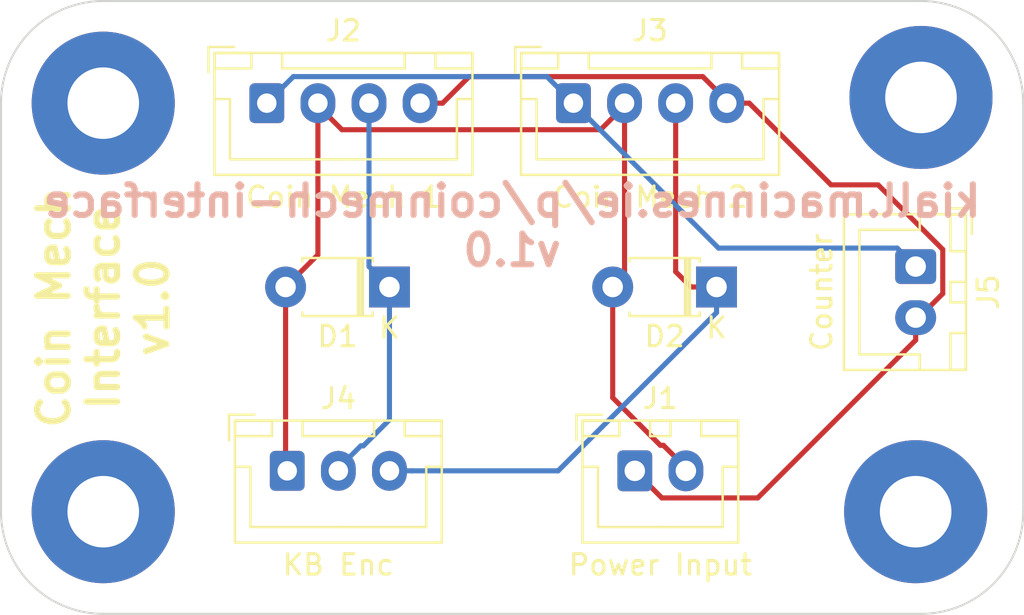
<source format=kicad_pcb>
(kicad_pcb (version 20171130) (host pcbnew "(5.0.1-3-g963ef8bb5)")

  (general
    (thickness 1.6)
    (drawings 10)
    (tracks 55)
    (zones 0)
    (modules 11)
    (nets 6)
  )

  (page A4)
  (layers
    (0 F.Cu signal)
    (31 B.Cu signal)
    (32 B.Adhes user)
    (33 F.Adhes user)
    (34 B.Paste user)
    (35 F.Paste user)
    (36 B.SilkS user)
    (37 F.SilkS user)
    (38 B.Mask user)
    (39 F.Mask user)
    (40 Dwgs.User user)
    (41 Cmts.User user)
    (42 Eco1.User user)
    (43 Eco2.User user)
    (44 Edge.Cuts user)
    (45 Margin user)
    (46 B.CrtYd user)
    (47 F.CrtYd user)
    (48 B.Fab user)
    (49 F.Fab user)
  )

  (setup
    (last_trace_width 0.25)
    (trace_clearance 0.2)
    (zone_clearance 0.508)
    (zone_45_only no)
    (trace_min 0.2)
    (segment_width 0.2)
    (edge_width 0.1)
    (via_size 0.8)
    (via_drill 0.4)
    (via_min_size 0.4)
    (via_min_drill 0.3)
    (uvia_size 0.3)
    (uvia_drill 0.1)
    (uvias_allowed no)
    (uvia_min_size 0.2)
    (uvia_min_drill 0.1)
    (pcb_text_width 0.3)
    (pcb_text_size 1.5 1.5)
    (mod_edge_width 0.15)
    (mod_text_size 1 1)
    (mod_text_width 0.15)
    (pad_size 1.5 1.5)
    (pad_drill 0.6)
    (pad_to_mask_clearance 0)
    (solder_mask_min_width 0.25)
    (aux_axis_origin 0 0)
    (visible_elements FFFFFF7F)
    (pcbplotparams
      (layerselection 0x010fc_ffffffff)
      (usegerberextensions true)
      (usegerberattributes false)
      (usegerberadvancedattributes false)
      (creategerberjobfile false)
      (excludeedgelayer true)
      (linewidth 0.100000)
      (plotframeref false)
      (viasonmask false)
      (mode 1)
      (useauxorigin false)
      (hpglpennumber 1)
      (hpglpenspeed 20)
      (hpglpendiameter 15.000000)
      (psnegative false)
      (psa4output false)
      (plotreference true)
      (plotvalue true)
      (plotinvisibletext false)
      (padsonsilk false)
      (subtractmaskfromsilk false)
      (outputformat 1)
      (mirror false)
      (drillshape 0)
      (scaleselection 1)
      (outputdirectory "Gerber/"))
  )

  (net 0 "")
  (net 1 /Coin1)
  (net 2 GND)
  (net 3 /Coin2)
  (net 4 +12V)
  (net 5 /Counter1)

  (net_class Default "This is the default net class."
    (clearance 0.2)
    (trace_width 0.25)
    (via_dia 0.8)
    (via_drill 0.4)
    (uvia_dia 0.3)
    (uvia_drill 0.1)
    (add_net +12V)
    (add_net /Coin1)
    (add_net /Coin2)
    (add_net /Counter1)
    (add_net GND)
  )

  (module Diode_THT:D_T-1_P5.08mm_Horizontal (layer F.Cu) (tedit 5AE50CD5) (tstamp 5C9DC5D7)
    (at 53 55 180)
    (descr "Diode, T-1 series, Axial, Horizontal, pin pitch=5.08mm, , length*diameter=3.2*2.6mm^2, , http://www.diodes.com/_files/packages/T-1.pdf")
    (tags "Diode T-1 series Axial Horizontal pin pitch 5.08mm  length 3.2mm diameter 2.6mm")
    (path /5C4D9F55)
    (fp_text reference D1 (at 2.54 -2.42 180) (layer F.SilkS)
      (effects (font (size 1 1) (thickness 0.15)))
    )
    (fp_text value "Coin 1 Zener" (at 2.54 2.42 180) (layer F.Fab)
      (effects (font (size 1 1) (thickness 0.15)))
    )
    (fp_line (start 0.94 -1.3) (end 0.94 1.3) (layer F.Fab) (width 0.1))
    (fp_line (start 0.94 1.3) (end 4.14 1.3) (layer F.Fab) (width 0.1))
    (fp_line (start 4.14 1.3) (end 4.14 -1.3) (layer F.Fab) (width 0.1))
    (fp_line (start 4.14 -1.3) (end 0.94 -1.3) (layer F.Fab) (width 0.1))
    (fp_line (start 0 0) (end 0.94 0) (layer F.Fab) (width 0.1))
    (fp_line (start 5.08 0) (end 4.14 0) (layer F.Fab) (width 0.1))
    (fp_line (start 1.42 -1.3) (end 1.42 1.3) (layer F.Fab) (width 0.1))
    (fp_line (start 1.52 -1.3) (end 1.52 1.3) (layer F.Fab) (width 0.1))
    (fp_line (start 1.32 -1.3) (end 1.32 1.3) (layer F.Fab) (width 0.1))
    (fp_line (start 0.82 -1.24) (end 0.82 -1.42) (layer F.SilkS) (width 0.12))
    (fp_line (start 0.82 -1.42) (end 4.26 -1.42) (layer F.SilkS) (width 0.12))
    (fp_line (start 4.26 -1.42) (end 4.26 -1.24) (layer F.SilkS) (width 0.12))
    (fp_line (start 0.82 1.24) (end 0.82 1.42) (layer F.SilkS) (width 0.12))
    (fp_line (start 0.82 1.42) (end 4.26 1.42) (layer F.SilkS) (width 0.12))
    (fp_line (start 4.26 1.42) (end 4.26 1.24) (layer F.SilkS) (width 0.12))
    (fp_line (start 1.42 -1.42) (end 1.42 1.42) (layer F.SilkS) (width 0.12))
    (fp_line (start 1.54 -1.42) (end 1.54 1.42) (layer F.SilkS) (width 0.12))
    (fp_line (start 1.3 -1.42) (end 1.3 1.42) (layer F.SilkS) (width 0.12))
    (fp_line (start -1.25 -1.55) (end -1.25 1.55) (layer F.CrtYd) (width 0.05))
    (fp_line (start -1.25 1.55) (end 6.33 1.55) (layer F.CrtYd) (width 0.05))
    (fp_line (start 6.33 1.55) (end 6.33 -1.55) (layer F.CrtYd) (width 0.05))
    (fp_line (start 6.33 -1.55) (end -1.25 -1.55) (layer F.CrtYd) (width 0.05))
    (fp_text user %R (at 2.78 0 180) (layer F.Fab)
      (effects (font (size 0.64 0.64) (thickness 0.096)))
    )
    (fp_text user K (at 0 -2 180) (layer F.Fab)
      (effects (font (size 1 1) (thickness 0.15)))
    )
    (fp_text user K (at 0 -2 180) (layer F.SilkS)
      (effects (font (size 1 1) (thickness 0.15)))
    )
    (pad 1 thru_hole rect (at 0 0 180) (size 2 2) (drill 1) (layers *.Cu *.Mask)
      (net 1 /Coin1))
    (pad 2 thru_hole oval (at 5.08 0 180) (size 2 2) (drill 1) (layers *.Cu *.Mask)
      (net 2 GND))
    (model ${KISYS3DMOD}/Diode_THT.3dshapes/D_T-1_P5.08mm_Horizontal.wrl
      (at (xyz 0 0 0))
      (scale (xyz 1 1 1))
      (rotate (xyz 0 0 0))
    )
  )

  (module Diode_THT:D_T-1_P5.08mm_Horizontal (layer F.Cu) (tedit 5AE50CD5) (tstamp 5C9DC5F6)
    (at 69 55 180)
    (descr "Diode, T-1 series, Axial, Horizontal, pin pitch=5.08mm, , length*diameter=3.2*2.6mm^2, , http://www.diodes.com/_files/packages/T-1.pdf")
    (tags "Diode T-1 series Axial Horizontal pin pitch 5.08mm  length 3.2mm diameter 2.6mm")
    (path /5C4E9AA3)
    (fp_text reference D2 (at 2.54 -2.42 180) (layer F.SilkS)
      (effects (font (size 1 1) (thickness 0.15)))
    )
    (fp_text value "Coin 2 Zener" (at 2.54 2.42 180) (layer F.Fab)
      (effects (font (size 1 1) (thickness 0.15)))
    )
    (fp_text user K (at 0 -2 180) (layer F.SilkS)
      (effects (font (size 1 1) (thickness 0.15)))
    )
    (fp_text user K (at 0 -2 180) (layer F.Fab)
      (effects (font (size 1 1) (thickness 0.15)))
    )
    (fp_text user %R (at 2.78 0 180) (layer F.Fab)
      (effects (font (size 0.64 0.64) (thickness 0.096)))
    )
    (fp_line (start 6.33 -1.55) (end -1.25 -1.55) (layer F.CrtYd) (width 0.05))
    (fp_line (start 6.33 1.55) (end 6.33 -1.55) (layer F.CrtYd) (width 0.05))
    (fp_line (start -1.25 1.55) (end 6.33 1.55) (layer F.CrtYd) (width 0.05))
    (fp_line (start -1.25 -1.55) (end -1.25 1.55) (layer F.CrtYd) (width 0.05))
    (fp_line (start 1.3 -1.42) (end 1.3 1.42) (layer F.SilkS) (width 0.12))
    (fp_line (start 1.54 -1.42) (end 1.54 1.42) (layer F.SilkS) (width 0.12))
    (fp_line (start 1.42 -1.42) (end 1.42 1.42) (layer F.SilkS) (width 0.12))
    (fp_line (start 4.26 1.42) (end 4.26 1.24) (layer F.SilkS) (width 0.12))
    (fp_line (start 0.82 1.42) (end 4.26 1.42) (layer F.SilkS) (width 0.12))
    (fp_line (start 0.82 1.24) (end 0.82 1.42) (layer F.SilkS) (width 0.12))
    (fp_line (start 4.26 -1.42) (end 4.26 -1.24) (layer F.SilkS) (width 0.12))
    (fp_line (start 0.82 -1.42) (end 4.26 -1.42) (layer F.SilkS) (width 0.12))
    (fp_line (start 0.82 -1.24) (end 0.82 -1.42) (layer F.SilkS) (width 0.12))
    (fp_line (start 1.32 -1.3) (end 1.32 1.3) (layer F.Fab) (width 0.1))
    (fp_line (start 1.52 -1.3) (end 1.52 1.3) (layer F.Fab) (width 0.1))
    (fp_line (start 1.42 -1.3) (end 1.42 1.3) (layer F.Fab) (width 0.1))
    (fp_line (start 5.08 0) (end 4.14 0) (layer F.Fab) (width 0.1))
    (fp_line (start 0 0) (end 0.94 0) (layer F.Fab) (width 0.1))
    (fp_line (start 4.14 -1.3) (end 0.94 -1.3) (layer F.Fab) (width 0.1))
    (fp_line (start 4.14 1.3) (end 4.14 -1.3) (layer F.Fab) (width 0.1))
    (fp_line (start 0.94 1.3) (end 4.14 1.3) (layer F.Fab) (width 0.1))
    (fp_line (start 0.94 -1.3) (end 0.94 1.3) (layer F.Fab) (width 0.1))
    (pad 2 thru_hole oval (at 5.08 0 180) (size 2 2) (drill 1) (layers *.Cu *.Mask)
      (net 2 GND))
    (pad 1 thru_hole rect (at 0 0 180) (size 2 2) (drill 1) (layers *.Cu *.Mask)
      (net 3 /Coin2))
    (model ${KISYS3DMOD}/Diode_THT.3dshapes/D_T-1_P5.08mm_Horizontal.wrl
      (at (xyz 0 0 0))
      (scale (xyz 1 1 1))
      (rotate (xyz 0 0 0))
    )
  )

  (module Connector_JST:JST_XH_B02B-XH-A_1x02_P2.50mm_Vertical (layer F.Cu) (tedit 5C8E72B9) (tstamp 5C9DC61F)
    (at 65 64)
    (descr "JST XH series connector, B02B-XH-A (http://www.jst-mfg.com/product/pdf/eng/eXH.pdf), generated with kicad-footprint-generator")
    (tags "connector JST XH side entry")
    (path /5C4DA64A)
    (fp_text reference J1 (at 1.25 -3.55) (layer F.SilkS)
      (effects (font (size 1 1) (thickness 0.15)))
    )
    (fp_text value "Power Input" (at 1.25 4.6) (layer F.SilkS)
      (effects (font (size 1 1) (thickness 0.15)))
    )
    (fp_line (start -2.45 -2.35) (end -2.45 3.4) (layer F.Fab) (width 0.1))
    (fp_line (start -2.45 3.4) (end 4.95 3.4) (layer F.Fab) (width 0.1))
    (fp_line (start 4.95 3.4) (end 4.95 -2.35) (layer F.Fab) (width 0.1))
    (fp_line (start 4.95 -2.35) (end -2.45 -2.35) (layer F.Fab) (width 0.1))
    (fp_line (start -2.56 -2.46) (end -2.56 3.51) (layer F.SilkS) (width 0.12))
    (fp_line (start -2.56 3.51) (end 5.06 3.51) (layer F.SilkS) (width 0.12))
    (fp_line (start 5.06 3.51) (end 5.06 -2.46) (layer F.SilkS) (width 0.12))
    (fp_line (start 5.06 -2.46) (end -2.56 -2.46) (layer F.SilkS) (width 0.12))
    (fp_line (start -2.95 -2.85) (end -2.95 3.9) (layer F.CrtYd) (width 0.05))
    (fp_line (start -2.95 3.9) (end 5.45 3.9) (layer F.CrtYd) (width 0.05))
    (fp_line (start 5.45 3.9) (end 5.45 -2.85) (layer F.CrtYd) (width 0.05))
    (fp_line (start 5.45 -2.85) (end -2.95 -2.85) (layer F.CrtYd) (width 0.05))
    (fp_line (start -0.625 -2.35) (end 0 -1.35) (layer F.Fab) (width 0.1))
    (fp_line (start 0 -1.35) (end 0.625 -2.35) (layer F.Fab) (width 0.1))
    (fp_line (start 0.75 -2.45) (end 0.75 -1.7) (layer F.SilkS) (width 0.12))
    (fp_line (start 0.75 -1.7) (end 1.75 -1.7) (layer F.SilkS) (width 0.12))
    (fp_line (start 1.75 -1.7) (end 1.75 -2.45) (layer F.SilkS) (width 0.12))
    (fp_line (start 1.75 -2.45) (end 0.75 -2.45) (layer F.SilkS) (width 0.12))
    (fp_line (start -2.55 -2.45) (end -2.55 -1.7) (layer F.SilkS) (width 0.12))
    (fp_line (start -2.55 -1.7) (end -0.75 -1.7) (layer F.SilkS) (width 0.12))
    (fp_line (start -0.75 -1.7) (end -0.75 -2.45) (layer F.SilkS) (width 0.12))
    (fp_line (start -0.75 -2.45) (end -2.55 -2.45) (layer F.SilkS) (width 0.12))
    (fp_line (start 3.25 -2.45) (end 3.25 -1.7) (layer F.SilkS) (width 0.12))
    (fp_line (start 3.25 -1.7) (end 5.05 -1.7) (layer F.SilkS) (width 0.12))
    (fp_line (start 5.05 -1.7) (end 5.05 -2.45) (layer F.SilkS) (width 0.12))
    (fp_line (start 5.05 -2.45) (end 3.25 -2.45) (layer F.SilkS) (width 0.12))
    (fp_line (start -2.55 -0.2) (end -1.8 -0.2) (layer F.SilkS) (width 0.12))
    (fp_line (start -1.8 -0.2) (end -1.8 2.75) (layer F.SilkS) (width 0.12))
    (fp_line (start -1.8 2.75) (end 1.25 2.75) (layer F.SilkS) (width 0.12))
    (fp_line (start 5.05 -0.2) (end 4.3 -0.2) (layer F.SilkS) (width 0.12))
    (fp_line (start 4.3 -0.2) (end 4.3 2.75) (layer F.SilkS) (width 0.12))
    (fp_line (start 4.3 2.75) (end 1.25 2.75) (layer F.SilkS) (width 0.12))
    (fp_line (start -1.6 -2.75) (end -2.85 -2.75) (layer F.SilkS) (width 0.12))
    (fp_line (start -2.85 -2.75) (end -2.85 -1.5) (layer F.SilkS) (width 0.12))
    (fp_text user %R (at 1.25 2.7) (layer F.Fab)
      (effects (font (size 1 1) (thickness 0.15)))
    )
    (pad 1 thru_hole roundrect (at 0 0) (size 1.7 2) (drill 1) (layers *.Cu *.Mask) (roundrect_rratio 0.147059)
      (net 4 +12V))
    (pad 2 thru_hole oval (at 2.5 0) (size 1.7 2) (drill 1) (layers *.Cu *.Mask)
      (net 2 GND))
    (model ${KISYS3DMOD}/Connector_JST.3dshapes/JST_XH_B02B-XH-A_1x02_P2.50mm_Vertical.wrl
      (at (xyz 0 0 0))
      (scale (xyz 1 1 1))
      (rotate (xyz 0 0 0))
    )
  )

  (module Connector_JST:JST_XH_B04B-XH-A_1x04_P2.50mm_Vertical (layer F.Cu) (tedit 5C8E72D0) (tstamp 5C9DC64A)
    (at 47 46)
    (descr "JST XH series connector, B04B-XH-A (http://www.jst-mfg.com/product/pdf/eng/eXH.pdf), generated with kicad-footprint-generator")
    (tags "connector JST XH side entry")
    (path /5C4D9C48)
    (fp_text reference J2 (at 3.75 -3.55) (layer F.SilkS)
      (effects (font (size 1 1) (thickness 0.15)))
    )
    (fp_text value "Coin Mech 1" (at 3.75 4.6) (layer F.SilkS)
      (effects (font (size 1 1) (thickness 0.15)))
    )
    (fp_line (start -2.45 -2.35) (end -2.45 3.4) (layer F.Fab) (width 0.1))
    (fp_line (start -2.45 3.4) (end 9.95 3.4) (layer F.Fab) (width 0.1))
    (fp_line (start 9.95 3.4) (end 9.95 -2.35) (layer F.Fab) (width 0.1))
    (fp_line (start 9.95 -2.35) (end -2.45 -2.35) (layer F.Fab) (width 0.1))
    (fp_line (start -2.56 -2.46) (end -2.56 3.51) (layer F.SilkS) (width 0.12))
    (fp_line (start -2.56 3.51) (end 10.06 3.51) (layer F.SilkS) (width 0.12))
    (fp_line (start 10.06 3.51) (end 10.06 -2.46) (layer F.SilkS) (width 0.12))
    (fp_line (start 10.06 -2.46) (end -2.56 -2.46) (layer F.SilkS) (width 0.12))
    (fp_line (start -2.95 -2.85) (end -2.95 3.9) (layer F.CrtYd) (width 0.05))
    (fp_line (start -2.95 3.9) (end 10.45 3.9) (layer F.CrtYd) (width 0.05))
    (fp_line (start 10.45 3.9) (end 10.45 -2.85) (layer F.CrtYd) (width 0.05))
    (fp_line (start 10.45 -2.85) (end -2.95 -2.85) (layer F.CrtYd) (width 0.05))
    (fp_line (start -0.625 -2.35) (end 0 -1.35) (layer F.Fab) (width 0.1))
    (fp_line (start 0 -1.35) (end 0.625 -2.35) (layer F.Fab) (width 0.1))
    (fp_line (start 0.75 -2.45) (end 0.75 -1.7) (layer F.SilkS) (width 0.12))
    (fp_line (start 0.75 -1.7) (end 6.75 -1.7) (layer F.SilkS) (width 0.12))
    (fp_line (start 6.75 -1.7) (end 6.75 -2.45) (layer F.SilkS) (width 0.12))
    (fp_line (start 6.75 -2.45) (end 0.75 -2.45) (layer F.SilkS) (width 0.12))
    (fp_line (start -2.55 -2.45) (end -2.55 -1.7) (layer F.SilkS) (width 0.12))
    (fp_line (start -2.55 -1.7) (end -0.75 -1.7) (layer F.SilkS) (width 0.12))
    (fp_line (start -0.75 -1.7) (end -0.75 -2.45) (layer F.SilkS) (width 0.12))
    (fp_line (start -0.75 -2.45) (end -2.55 -2.45) (layer F.SilkS) (width 0.12))
    (fp_line (start 8.25 -2.45) (end 8.25 -1.7) (layer F.SilkS) (width 0.12))
    (fp_line (start 8.25 -1.7) (end 10.05 -1.7) (layer F.SilkS) (width 0.12))
    (fp_line (start 10.05 -1.7) (end 10.05 -2.45) (layer F.SilkS) (width 0.12))
    (fp_line (start 10.05 -2.45) (end 8.25 -2.45) (layer F.SilkS) (width 0.12))
    (fp_line (start -2.55 -0.2) (end -1.8 -0.2) (layer F.SilkS) (width 0.12))
    (fp_line (start -1.8 -0.2) (end -1.8 2.75) (layer F.SilkS) (width 0.12))
    (fp_line (start -1.8 2.75) (end 3.75 2.75) (layer F.SilkS) (width 0.12))
    (fp_line (start 10.05 -0.2) (end 9.3 -0.2) (layer F.SilkS) (width 0.12))
    (fp_line (start 9.3 -0.2) (end 9.3 2.75) (layer F.SilkS) (width 0.12))
    (fp_line (start 9.3 2.75) (end 3.75 2.75) (layer F.SilkS) (width 0.12))
    (fp_line (start -1.6 -2.75) (end -2.85 -2.75) (layer F.SilkS) (width 0.12))
    (fp_line (start -2.85 -2.75) (end -2.85 -1.5) (layer F.SilkS) (width 0.12))
    (fp_text user %R (at 3.75 2.7) (layer F.Fab)
      (effects (font (size 1 1) (thickness 0.15)))
    )
    (pad 1 thru_hole roundrect (at 0 0) (size 1.7 1.95) (drill 0.95) (layers *.Cu *.Mask) (roundrect_rratio 0.147059)
      (net 5 /Counter1))
    (pad 2 thru_hole oval (at 2.5 0) (size 1.7 1.95) (drill 0.95) (layers *.Cu *.Mask)
      (net 2 GND))
    (pad 3 thru_hole oval (at 5 0) (size 1.7 1.95) (drill 0.95) (layers *.Cu *.Mask)
      (net 1 /Coin1))
    (pad 4 thru_hole oval (at 7.5 0) (size 1.7 1.95) (drill 0.95) (layers *.Cu *.Mask)
      (net 4 +12V))
    (model ${KISYS3DMOD}/Connector_JST.3dshapes/JST_XH_B04B-XH-A_1x04_P2.50mm_Vertical.wrl
      (at (xyz 0 0 0))
      (scale (xyz 1 1 1))
      (rotate (xyz 0 0 0))
    )
  )

  (module Connector_JST:JST_XH_B04B-XH-A_1x04_P2.50mm_Vertical (layer F.Cu) (tedit 5C8E72DB) (tstamp 5C9DC675)
    (at 62 46)
    (descr "JST XH series connector, B04B-XH-A (http://www.jst-mfg.com/product/pdf/eng/eXH.pdf), generated with kicad-footprint-generator")
    (tags "connector JST XH side entry")
    (path /5C4DF0C8)
    (fp_text reference J3 (at 3.75 -3.55) (layer F.SilkS)
      (effects (font (size 1 1) (thickness 0.15)))
    )
    (fp_text value "Coin Mech 2" (at 3.75 4.6) (layer F.SilkS)
      (effects (font (size 1 1) (thickness 0.15)))
    )
    (fp_text user %R (at 3.75 2.7) (layer F.Fab)
      (effects (font (size 1 1) (thickness 0.15)))
    )
    (fp_line (start -2.85 -2.75) (end -2.85 -1.5) (layer F.SilkS) (width 0.12))
    (fp_line (start -1.6 -2.75) (end -2.85 -2.75) (layer F.SilkS) (width 0.12))
    (fp_line (start 9.3 2.75) (end 3.75 2.75) (layer F.SilkS) (width 0.12))
    (fp_line (start 9.3 -0.2) (end 9.3 2.75) (layer F.SilkS) (width 0.12))
    (fp_line (start 10.05 -0.2) (end 9.3 -0.2) (layer F.SilkS) (width 0.12))
    (fp_line (start -1.8 2.75) (end 3.75 2.75) (layer F.SilkS) (width 0.12))
    (fp_line (start -1.8 -0.2) (end -1.8 2.75) (layer F.SilkS) (width 0.12))
    (fp_line (start -2.55 -0.2) (end -1.8 -0.2) (layer F.SilkS) (width 0.12))
    (fp_line (start 10.05 -2.45) (end 8.25 -2.45) (layer F.SilkS) (width 0.12))
    (fp_line (start 10.05 -1.7) (end 10.05 -2.45) (layer F.SilkS) (width 0.12))
    (fp_line (start 8.25 -1.7) (end 10.05 -1.7) (layer F.SilkS) (width 0.12))
    (fp_line (start 8.25 -2.45) (end 8.25 -1.7) (layer F.SilkS) (width 0.12))
    (fp_line (start -0.75 -2.45) (end -2.55 -2.45) (layer F.SilkS) (width 0.12))
    (fp_line (start -0.75 -1.7) (end -0.75 -2.45) (layer F.SilkS) (width 0.12))
    (fp_line (start -2.55 -1.7) (end -0.75 -1.7) (layer F.SilkS) (width 0.12))
    (fp_line (start -2.55 -2.45) (end -2.55 -1.7) (layer F.SilkS) (width 0.12))
    (fp_line (start 6.75 -2.45) (end 0.75 -2.45) (layer F.SilkS) (width 0.12))
    (fp_line (start 6.75 -1.7) (end 6.75 -2.45) (layer F.SilkS) (width 0.12))
    (fp_line (start 0.75 -1.7) (end 6.75 -1.7) (layer F.SilkS) (width 0.12))
    (fp_line (start 0.75 -2.45) (end 0.75 -1.7) (layer F.SilkS) (width 0.12))
    (fp_line (start 0 -1.35) (end 0.625 -2.35) (layer F.Fab) (width 0.1))
    (fp_line (start -0.625 -2.35) (end 0 -1.35) (layer F.Fab) (width 0.1))
    (fp_line (start 10.45 -2.85) (end -2.95 -2.85) (layer F.CrtYd) (width 0.05))
    (fp_line (start 10.45 3.9) (end 10.45 -2.85) (layer F.CrtYd) (width 0.05))
    (fp_line (start -2.95 3.9) (end 10.45 3.9) (layer F.CrtYd) (width 0.05))
    (fp_line (start -2.95 -2.85) (end -2.95 3.9) (layer F.CrtYd) (width 0.05))
    (fp_line (start 10.06 -2.46) (end -2.56 -2.46) (layer F.SilkS) (width 0.12))
    (fp_line (start 10.06 3.51) (end 10.06 -2.46) (layer F.SilkS) (width 0.12))
    (fp_line (start -2.56 3.51) (end 10.06 3.51) (layer F.SilkS) (width 0.12))
    (fp_line (start -2.56 -2.46) (end -2.56 3.51) (layer F.SilkS) (width 0.12))
    (fp_line (start 9.95 -2.35) (end -2.45 -2.35) (layer F.Fab) (width 0.1))
    (fp_line (start 9.95 3.4) (end 9.95 -2.35) (layer F.Fab) (width 0.1))
    (fp_line (start -2.45 3.4) (end 9.95 3.4) (layer F.Fab) (width 0.1))
    (fp_line (start -2.45 -2.35) (end -2.45 3.4) (layer F.Fab) (width 0.1))
    (pad 4 thru_hole oval (at 7.5 0) (size 1.7 1.95) (drill 0.95) (layers *.Cu *.Mask)
      (net 4 +12V))
    (pad 3 thru_hole oval (at 5 0) (size 1.7 1.95) (drill 0.95) (layers *.Cu *.Mask)
      (net 3 /Coin2))
    (pad 2 thru_hole oval (at 2.5 0) (size 1.7 1.95) (drill 0.95) (layers *.Cu *.Mask)
      (net 2 GND))
    (pad 1 thru_hole roundrect (at 0 0) (size 1.7 1.95) (drill 0.95) (layers *.Cu *.Mask) (roundrect_rratio 0.147059)
      (net 5 /Counter1))
    (model ${KISYS3DMOD}/Connector_JST.3dshapes/JST_XH_B04B-XH-A_1x04_P2.50mm_Vertical.wrl
      (at (xyz 0 0 0))
      (scale (xyz 1 1 1))
      (rotate (xyz 0 0 0))
    )
  )

  (module Connector_JST:JST_XH_B03B-XH-A_1x03_P2.50mm_Vertical (layer F.Cu) (tedit 5C8E72C0) (tstamp 5C9DC69F)
    (at 48 64)
    (descr "JST XH series connector, B03B-XH-A (http://www.jst-mfg.com/product/pdf/eng/eXH.pdf), generated with kicad-footprint-generator")
    (tags "connector JST XH side entry")
    (path /5C4F4CBF)
    (fp_text reference J4 (at 2.5 -3.55) (layer F.SilkS)
      (effects (font (size 1 1) (thickness 0.15)))
    )
    (fp_text value "KB Enc" (at 2.5 4.6) (layer F.SilkS)
      (effects (font (size 1 1) (thickness 0.15)))
    )
    (fp_line (start -2.45 -2.35) (end -2.45 3.4) (layer F.Fab) (width 0.1))
    (fp_line (start -2.45 3.4) (end 7.45 3.4) (layer F.Fab) (width 0.1))
    (fp_line (start 7.45 3.4) (end 7.45 -2.35) (layer F.Fab) (width 0.1))
    (fp_line (start 7.45 -2.35) (end -2.45 -2.35) (layer F.Fab) (width 0.1))
    (fp_line (start -2.56 -2.46) (end -2.56 3.51) (layer F.SilkS) (width 0.12))
    (fp_line (start -2.56 3.51) (end 7.56 3.51) (layer F.SilkS) (width 0.12))
    (fp_line (start 7.56 3.51) (end 7.56 -2.46) (layer F.SilkS) (width 0.12))
    (fp_line (start 7.56 -2.46) (end -2.56 -2.46) (layer F.SilkS) (width 0.12))
    (fp_line (start -2.95 -2.85) (end -2.95 3.9) (layer F.CrtYd) (width 0.05))
    (fp_line (start -2.95 3.9) (end 7.95 3.9) (layer F.CrtYd) (width 0.05))
    (fp_line (start 7.95 3.9) (end 7.95 -2.85) (layer F.CrtYd) (width 0.05))
    (fp_line (start 7.95 -2.85) (end -2.95 -2.85) (layer F.CrtYd) (width 0.05))
    (fp_line (start -0.625 -2.35) (end 0 -1.35) (layer F.Fab) (width 0.1))
    (fp_line (start 0 -1.35) (end 0.625 -2.35) (layer F.Fab) (width 0.1))
    (fp_line (start 0.75 -2.45) (end 0.75 -1.7) (layer F.SilkS) (width 0.12))
    (fp_line (start 0.75 -1.7) (end 4.25 -1.7) (layer F.SilkS) (width 0.12))
    (fp_line (start 4.25 -1.7) (end 4.25 -2.45) (layer F.SilkS) (width 0.12))
    (fp_line (start 4.25 -2.45) (end 0.75 -2.45) (layer F.SilkS) (width 0.12))
    (fp_line (start -2.55 -2.45) (end -2.55 -1.7) (layer F.SilkS) (width 0.12))
    (fp_line (start -2.55 -1.7) (end -0.75 -1.7) (layer F.SilkS) (width 0.12))
    (fp_line (start -0.75 -1.7) (end -0.75 -2.45) (layer F.SilkS) (width 0.12))
    (fp_line (start -0.75 -2.45) (end -2.55 -2.45) (layer F.SilkS) (width 0.12))
    (fp_line (start 5.75 -2.45) (end 5.75 -1.7) (layer F.SilkS) (width 0.12))
    (fp_line (start 5.75 -1.7) (end 7.55 -1.7) (layer F.SilkS) (width 0.12))
    (fp_line (start 7.55 -1.7) (end 7.55 -2.45) (layer F.SilkS) (width 0.12))
    (fp_line (start 7.55 -2.45) (end 5.75 -2.45) (layer F.SilkS) (width 0.12))
    (fp_line (start -2.55 -0.2) (end -1.8 -0.2) (layer F.SilkS) (width 0.12))
    (fp_line (start -1.8 -0.2) (end -1.8 2.75) (layer F.SilkS) (width 0.12))
    (fp_line (start -1.8 2.75) (end 2.5 2.75) (layer F.SilkS) (width 0.12))
    (fp_line (start 7.55 -0.2) (end 6.8 -0.2) (layer F.SilkS) (width 0.12))
    (fp_line (start 6.8 -0.2) (end 6.8 2.75) (layer F.SilkS) (width 0.12))
    (fp_line (start 6.8 2.75) (end 2.5 2.75) (layer F.SilkS) (width 0.12))
    (fp_line (start -1.6 -2.75) (end -2.85 -2.75) (layer F.SilkS) (width 0.12))
    (fp_line (start -2.85 -2.75) (end -2.85 -1.5) (layer F.SilkS) (width 0.12))
    (fp_text user %R (at 2.5 2.7) (layer F.Fab)
      (effects (font (size 1 1) (thickness 0.15)))
    )
    (pad 1 thru_hole roundrect (at 0 0) (size 1.7 1.95) (drill 0.95) (layers *.Cu *.Mask) (roundrect_rratio 0.147059)
      (net 2 GND))
    (pad 2 thru_hole oval (at 2.5 0) (size 1.7 1.95) (drill 0.95) (layers *.Cu *.Mask)
      (net 1 /Coin1))
    (pad 3 thru_hole oval (at 5 0) (size 1.7 1.95) (drill 0.95) (layers *.Cu *.Mask)
      (net 3 /Coin2))
    (model ${KISYS3DMOD}/Connector_JST.3dshapes/JST_XH_B03B-XH-A_1x03_P2.50mm_Vertical.wrl
      (at (xyz 0 0 0))
      (scale (xyz 1 1 1))
      (rotate (xyz 0 0 0))
    )
  )

  (module Connector_JST:JST_XH_B02B-XH-A_1x02_P2.50mm_Vertical (layer F.Cu) (tedit 5C8E72DF) (tstamp 5CA997F6)
    (at 78.74 54 270)
    (descr "JST XH series connector, B02B-XH-A (http://www.jst-mfg.com/product/pdf/eng/eXH.pdf), generated with kicad-footprint-generator")
    (tags "connector JST XH side entry")
    (path /5C8E9924)
    (fp_text reference J5 (at 1.25 -3.55 270) (layer F.SilkS)
      (effects (font (size 1 1) (thickness 0.15)))
    )
    (fp_text value Counter (at 1.25 4.6 270) (layer F.SilkS)
      (effects (font (size 1 1) (thickness 0.15)))
    )
    (fp_text user %R (at 1.25 2.7 270) (layer F.Fab)
      (effects (font (size 1 1) (thickness 0.15)))
    )
    (fp_line (start -2.85 -2.75) (end -2.85 -1.5) (layer F.SilkS) (width 0.12))
    (fp_line (start -1.6 -2.75) (end -2.85 -2.75) (layer F.SilkS) (width 0.12))
    (fp_line (start 4.3 2.75) (end 1.25 2.75) (layer F.SilkS) (width 0.12))
    (fp_line (start 4.3 -0.2) (end 4.3 2.75) (layer F.SilkS) (width 0.12))
    (fp_line (start 5.05 -0.2) (end 4.3 -0.2) (layer F.SilkS) (width 0.12))
    (fp_line (start -1.8 2.75) (end 1.25 2.75) (layer F.SilkS) (width 0.12))
    (fp_line (start -1.8 -0.2) (end -1.8 2.75) (layer F.SilkS) (width 0.12))
    (fp_line (start -2.55 -0.2) (end -1.8 -0.2) (layer F.SilkS) (width 0.12))
    (fp_line (start 5.05 -2.45) (end 3.25 -2.45) (layer F.SilkS) (width 0.12))
    (fp_line (start 5.05 -1.7) (end 5.05 -2.45) (layer F.SilkS) (width 0.12))
    (fp_line (start 3.25 -1.7) (end 5.05 -1.7) (layer F.SilkS) (width 0.12))
    (fp_line (start 3.25 -2.45) (end 3.25 -1.7) (layer F.SilkS) (width 0.12))
    (fp_line (start -0.75 -2.45) (end -2.55 -2.45) (layer F.SilkS) (width 0.12))
    (fp_line (start -0.75 -1.7) (end -0.75 -2.45) (layer F.SilkS) (width 0.12))
    (fp_line (start -2.55 -1.7) (end -0.75 -1.7) (layer F.SilkS) (width 0.12))
    (fp_line (start -2.55 -2.45) (end -2.55 -1.7) (layer F.SilkS) (width 0.12))
    (fp_line (start 1.75 -2.45) (end 0.75 -2.45) (layer F.SilkS) (width 0.12))
    (fp_line (start 1.75 -1.7) (end 1.75 -2.45) (layer F.SilkS) (width 0.12))
    (fp_line (start 0.75 -1.7) (end 1.75 -1.7) (layer F.SilkS) (width 0.12))
    (fp_line (start 0.75 -2.45) (end 0.75 -1.7) (layer F.SilkS) (width 0.12))
    (fp_line (start 0 -1.35) (end 0.625 -2.35) (layer F.Fab) (width 0.1))
    (fp_line (start -0.625 -2.35) (end 0 -1.35) (layer F.Fab) (width 0.1))
    (fp_line (start 5.45 -2.85) (end -2.95 -2.85) (layer F.CrtYd) (width 0.05))
    (fp_line (start 5.45 3.9) (end 5.45 -2.85) (layer F.CrtYd) (width 0.05))
    (fp_line (start -2.95 3.9) (end 5.45 3.9) (layer F.CrtYd) (width 0.05))
    (fp_line (start -2.95 -2.85) (end -2.95 3.9) (layer F.CrtYd) (width 0.05))
    (fp_line (start 5.06 -2.46) (end -2.56 -2.46) (layer F.SilkS) (width 0.12))
    (fp_line (start 5.06 3.51) (end 5.06 -2.46) (layer F.SilkS) (width 0.12))
    (fp_line (start -2.56 3.51) (end 5.06 3.51) (layer F.SilkS) (width 0.12))
    (fp_line (start -2.56 -2.46) (end -2.56 3.51) (layer F.SilkS) (width 0.12))
    (fp_line (start 4.95 -2.35) (end -2.45 -2.35) (layer F.Fab) (width 0.1))
    (fp_line (start 4.95 3.4) (end 4.95 -2.35) (layer F.Fab) (width 0.1))
    (fp_line (start -2.45 3.4) (end 4.95 3.4) (layer F.Fab) (width 0.1))
    (fp_line (start -2.45 -2.35) (end -2.45 3.4) (layer F.Fab) (width 0.1))
    (pad 2 thru_hole oval (at 2.5 0 270) (size 1.7 2) (drill 1) (layers *.Cu *.Mask)
      (net 4 +12V))
    (pad 1 thru_hole roundrect (at 0 0 270) (size 1.7 2) (drill 1) (layers *.Cu *.Mask) (roundrect_rratio 0.147059)
      (net 5 /Counter1))
    (model ${KISYS3DMOD}/Connector_JST.3dshapes/JST_XH_B02B-XH-A_1x02_P2.50mm_Vertical.wrl
      (at (xyz 0 0 0))
      (scale (xyz 1 1 1))
      (rotate (xyz 0 0 0))
    )
  )

  (module MountingHole:MountingHole_3.5mm_Pad (layer F.Cu) (tedit 5C8E64F5) (tstamp 5CA98A4E)
    (at 39 46)
    (descr "Mounting Hole 3.5mm")
    (tags "mounting hole 3.5mm")
    (attr virtual)
    (fp_text reference REF** (at 0 -4.5) (layer F.SilkS) hide
      (effects (font (size 1 1) (thickness 0.15)))
    )
    (fp_text value MountingHole_3.5mm_Pad (at -7.62 8.89) (layer F.Fab) hide
      (effects (font (size 1 1) (thickness 0.15)))
    )
    (fp_circle (center 0 0) (end 3.75 0) (layer F.CrtYd) (width 0.05))
    (fp_circle (center 0 0) (end 3.5 0) (layer Cmts.User) (width 0.15))
    (fp_text user %R (at 0.3 0) (layer F.Fab)
      (effects (font (size 1 1) (thickness 0.15)))
    )
    (pad 1 thru_hole circle (at 0 0) (size 7 7) (drill 3.5) (layers *.Cu *.Mask))
  )

  (module MountingHole:MountingHole_3.5mm_Pad (layer F.Cu) (tedit 5C8E656E) (tstamp 5CA98AD7)
    (at 39 66)
    (descr "Mounting Hole 3.5mm")
    (tags "mounting hole 3.5mm")
    (attr virtual)
    (fp_text reference REF** (at 0 -4.5) (layer F.SilkS) hide
      (effects (font (size 1 1) (thickness 0.15)))
    )
    (fp_text value MountingHole_3.5mm_Pad (at 0 4.5) (layer F.Fab) hide
      (effects (font (size 1 1) (thickness 0.15)))
    )
    (fp_circle (center 0 0) (end 3.75 0) (layer F.CrtYd) (width 0.05))
    (fp_circle (center 0 0) (end 3.5 0) (layer Cmts.User) (width 0.15))
    (fp_text user %R (at 0.3 0) (layer F.Fab)
      (effects (font (size 1 1) (thickness 0.15)))
    )
    (pad 1 thru_hole circle (at 0 0) (size 7 7) (drill 3.5) (layers *.Cu *.Mask))
  )

  (module MountingHole:MountingHole_3.5mm_Pad (layer F.Cu) (tedit 5C8E65B8) (tstamp 5CA98B07)
    (at 78.74 66)
    (descr "Mounting Hole 3.5mm")
    (tags "mounting hole 3.5mm")
    (attr virtual)
    (fp_text reference REF** (at 0 -4.5) (layer F.SilkS) hide
      (effects (font (size 1 1) (thickness 0.15)))
    )
    (fp_text value MountingHole_3.5mm_Pad (at 0 4.5) (layer F.Fab) hide
      (effects (font (size 1 1) (thickness 0.15)))
    )
    (fp_circle (center 0 0) (end 3.75 0) (layer F.CrtYd) (width 0.05))
    (fp_circle (center 0 0) (end 3.5 0) (layer Cmts.User) (width 0.15))
    (fp_text user %R (at 0.26 0) (layer F.Fab)
      (effects (font (size 1 1) (thickness 0.15)))
    )
    (pad 1 thru_hole circle (at 0 0) (size 7 7) (drill 3.5) (layers *.Cu *.Mask))
  )

  (module MountingHole:MountingHole_3.5mm_Pad (layer F.Cu) (tedit 5C8E65BE) (tstamp 5CA98B16)
    (at 79 45.72)
    (descr "Mounting Hole 3.5mm")
    (tags "mounting hole 3.5mm")
    (attr virtual)
    (fp_text reference REF** (at 0 -4.5) (layer F.SilkS) hide
      (effects (font (size 1 1) (thickness 0.15)))
    )
    (fp_text value MountingHole_3.5mm_Pad (at 0 4.5) (layer F.Fab) hide
      (effects (font (size 1 1) (thickness 0.15)))
    )
    (fp_circle (center 0 0) (end 3.75 0) (layer F.CrtYd) (width 0.05))
    (fp_circle (center 0 0) (end 3.5 0) (layer Cmts.User) (width 0.15))
    (fp_text user %R (at 0.3 0) (layer F.Fab)
      (effects (font (size 1 1) (thickness 0.15)))
    )
    (pad 1 thru_hole circle (at 0 0) (size 7 7) (drill 3.5) (layers *.Cu *.Mask))
  )

  (gr_text "kiall.macinnes.ie/p/coinmech-interface\nv1.0" (at 59 52) (layer B.SilkS)
    (effects (font (size 1.5 1.5) (thickness 0.3)) (justify mirror))
  )
  (gr_text "Coin Mech\nInterface\nv1.0" (at 39 56 90) (layer F.SilkS)
    (effects (font (size 1.5 1.5) (thickness 0.3)))
  )
  (gr_line (start 34 66) (end 34 46) (layer Edge.Cuts) (width 0.1))
  (gr_line (start 79 71) (end 39 71) (layer Edge.Cuts) (width 0.1))
  (gr_line (start 39 41) (end 79 41) (layer Edge.Cuts) (width 0.1))
  (gr_line (start 84 46) (end 84 66) (layer Edge.Cuts) (width 0.1))
  (gr_arc (start 79 46) (end 84 46) (angle -90) (layer Edge.Cuts) (width 0.1))
  (gr_arc (start 79 66) (end 79 71) (angle -90) (layer Edge.Cuts) (width 0.1))
  (gr_arc (start 39 66) (end 34 66) (angle -90) (layer Edge.Cuts) (width 0.1))
  (gr_arc (start 39 46) (end 39 41) (angle -90) (layer Edge.Cuts) (width 0.1))

  (segment (start 52 54) (end 53 55) (width 0.25) (layer B.Cu) (net 1))
  (segment (start 52 46) (end 52 54) (width 0.25) (layer B.Cu) (net 1))
  (segment (start 51.6 62.775) (end 50.5 63.875) (width 0.25) (layer B.Cu) (net 1))
  (segment (start 53 61.5) (end 51.725 62.775) (width 0.25) (layer B.Cu) (net 1))
  (segment (start 50.5 63.875) (end 50.5 64) (width 0.25) (layer B.Cu) (net 1))
  (segment (start 51.725 62.775) (end 51.6 62.775) (width 0.25) (layer B.Cu) (net 1))
  (segment (start 53 55) (end 53 61.5) (width 0.25) (layer B.Cu) (net 1))
  (segment (start 50.67501 47.30001) (end 49.5 46.125) (width 0.25) (layer F.Cu) (net 2))
  (segment (start 64.5 46.125) (end 63.32499 47.30001) (width 0.25) (layer F.Cu) (net 2))
  (segment (start 49.5 46.125) (end 49.5 46) (width 0.25) (layer F.Cu) (net 2))
  (segment (start 63.32499 47.30001) (end 50.67501 47.30001) (width 0.25) (layer F.Cu) (net 2))
  (segment (start 64.5 46) (end 64.5 46.125) (width 0.25) (layer F.Cu) (net 2))
  (segment (start 49.5 53.42) (end 47.92 55) (width 0.25) (layer F.Cu) (net 2))
  (segment (start 49.5 46) (end 49.5 53.42) (width 0.25) (layer F.Cu) (net 2))
  (segment (start 47.92 63.92) (end 48 64) (width 0.25) (layer F.Cu) (net 2))
  (segment (start 47.92 55) (end 47.92 63.92) (width 0.25) (layer F.Cu) (net 2))
  (segment (start 64.5 54.42) (end 63.92 55) (width 0.25) (layer F.Cu) (net 2))
  (segment (start 64.5 46) (end 64.5 54.42) (width 0.25) (layer F.Cu) (net 2))
  (segment (start 67.5 63.85) (end 67.5 64) (width 0.25) (layer F.Cu) (net 2))
  (segment (start 66.25 62.75) (end 66.4 62.75) (width 0.25) (layer F.Cu) (net 2))
  (segment (start 63.92 60.42) (end 66.25 62.75) (width 0.25) (layer F.Cu) (net 2))
  (segment (start 66.4 62.75) (end 67.5 63.85) (width 0.25) (layer F.Cu) (net 2))
  (segment (start 63.92 55) (end 63.92 60.42) (width 0.25) (layer F.Cu) (net 2))
  (segment (start 61.25 64) (end 54.1 64) (width 0.25) (layer B.Cu) (net 3))
  (segment (start 54.1 64) (end 53 64) (width 0.25) (layer B.Cu) (net 3))
  (segment (start 69 56.25) (end 61.25 64) (width 0.25) (layer B.Cu) (net 3))
  (segment (start 69 55) (end 69 56.25) (width 0.25) (layer B.Cu) (net 3))
  (segment (start 67 54.25) (end 67.75 55) (width 0.25) (layer F.Cu) (net 3))
  (segment (start 67.75 55) (end 69 55) (width 0.25) (layer F.Cu) (net 3))
  (segment (start 67 46) (end 67 54.25) (width 0.25) (layer F.Cu) (net 3))
  (segment (start 70.6 46) (end 74.6 50) (width 0.25) (layer F.Cu) (net 4))
  (segment (start 69.5 46) (end 70.6 46) (width 0.25) (layer F.Cu) (net 4))
  (segment (start 80.06501 53.16182) (end 80.06501 55.32499) (width 0.25) (layer F.Cu) (net 4))
  (segment (start 78.89 56.5) (end 78.74 56.5) (width 0.25) (layer F.Cu) (net 4))
  (segment (start 76.90319 50) (end 80.06501 53.16182) (width 0.25) (layer F.Cu) (net 4))
  (segment (start 80.06501 55.32499) (end 78.89 56.5) (width 0.25) (layer F.Cu) (net 4))
  (segment (start 74.6 50) (end 76.90319 50) (width 0.25) (layer F.Cu) (net 4))
  (segment (start 65.905553 64.905553) (end 65 64) (width 0.25) (layer F.Cu) (net 4))
  (segment (start 66.32501 65.32501) (end 65.905553 64.905553) (width 0.25) (layer F.Cu) (net 4))
  (segment (start 71.01499 65.32501) (end 66.32501 65.32501) (width 0.25) (layer F.Cu) (net 4))
  (segment (start 78.74 57.6) (end 71.01499 65.32501) (width 0.25) (layer F.Cu) (net 4))
  (segment (start 78.74 56.5) (end 78.74 57.6) (width 0.25) (layer F.Cu) (net 4))
  (segment (start 55.6 46) (end 54.5 46) (width 0.25) (layer F.Cu) (net 4))
  (segment (start 68.32499 44.69999) (end 56.90001 44.69999) (width 0.25) (layer F.Cu) (net 4))
  (segment (start 69.5 45.875) (end 68.32499 44.69999) (width 0.25) (layer F.Cu) (net 4))
  (segment (start 56.90001 44.69999) (end 55.6 46) (width 0.25) (layer F.Cu) (net 4))
  (segment (start 69.5 46) (end 69.5 45.875) (width 0.25) (layer F.Cu) (net 4))
  (segment (start 69.094447 53.094447) (end 62.898372 46.898372) (width 0.25) (layer B.Cu) (net 5))
  (segment (start 62.898372 46.898372) (end 62 46) (width 0.25) (layer B.Cu) (net 5))
  (segment (start 77.834447 53.094447) (end 69.094447 53.094447) (width 0.25) (layer B.Cu) (net 5))
  (segment (start 78.74 54) (end 77.834447 53.094447) (width 0.25) (layer B.Cu) (net 5))
  (segment (start 47.898372 45.101628) (end 47 46) (width 0.25) (layer B.Cu) (net 5))
  (segment (start 48.30001 44.69999) (end 47.898372 45.101628) (width 0.25) (layer B.Cu) (net 5))
  (segment (start 60.69999 44.69999) (end 48.30001 44.69999) (width 0.25) (layer B.Cu) (net 5))
  (segment (start 62 46) (end 60.69999 44.69999) (width 0.25) (layer B.Cu) (net 5))

)

</source>
